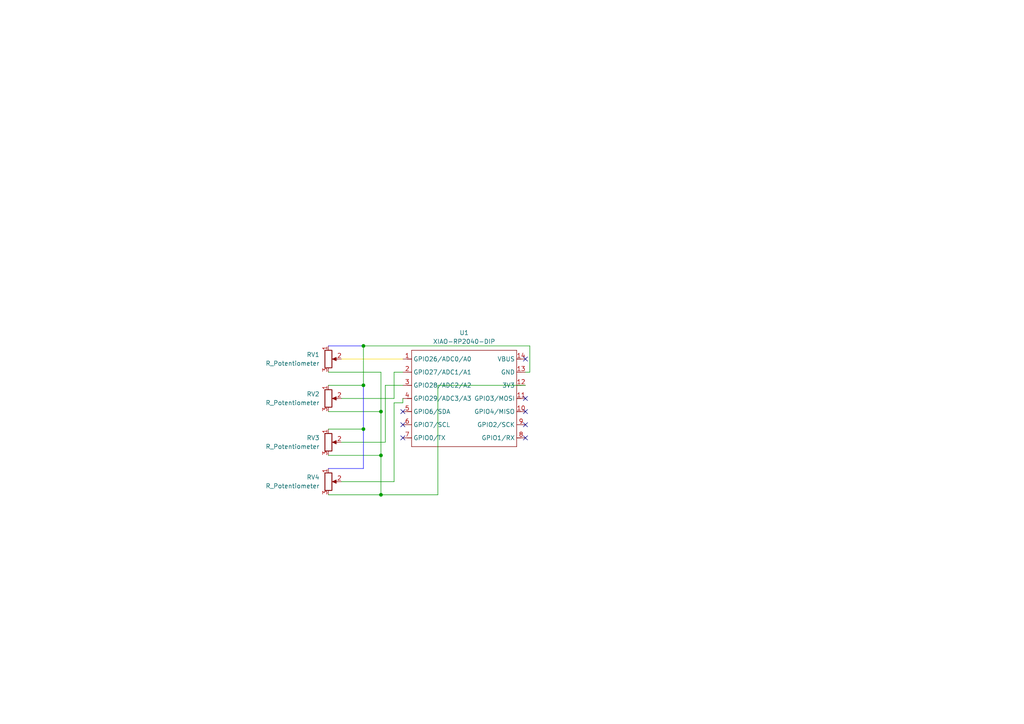
<source format=kicad_sch>
(kicad_sch (version 20250114) (generator "eeschema") (generator_version "9.0")
  (paper "A4")
  (title_block (title "Deej + Stream Audio Controll") (date "06/01/2026") (rev "V1") (company "Tech Real Lab"))
  (lib_symbols
    (symbol "Device:R_Potentiometer" (pin_names (offset 1.016) (hide yes))
      (property "Reference" "RV" (at -4.445 0 90))
      (property "Value" "R_Potentiometer" (at -2.54 0 90))
      (symbol "R_Potentiometer_0_1"
        (rectangle (start 1.016 2.54) (end -1.016 -2.54) (stroke (width 0.254)))
        (polyline (pts (xy 1.143 0) (xy 2.286 0.508) (xy 2.286 -0.508) (xy 1.143 0)) (fill (type outline)))
        (polyline (pts (xy 2.54 0) (xy 1.524 0)))
      )
      (symbol "R_Potentiometer_1_1"
        (pin passive line (at 0 3.81 270) (length 1.27) (name "1") (number "1"))
        (pin passive line (at 0 -3.81 90) (length 1.27) (name "3") (number "3"))
        (pin passive line (at 3.81 0 180) (length 1.27) (name "2") (number "2"))
      )
    )
    (symbol "OPL:XIAO-RP2040-DIP"
      (property "Reference" "U" (at 0 0 0))
      (property "Value" "XIAO-RP2040-DIP" (at 5.334 -1.778 0))
      (symbol "XIAO-RP2040-DIP_1_0"
        (polyline (pts (xy -1.27 -2.54) (xy 29.21 -2.54)) (stroke (width 0.1524)))
        (polyline (pts (xy -1.27 -5.08) (xy -2.54 -5.08)) (stroke (width 0.1524)))
        (polyline (pts (xy -1.27 -5.08) (xy -1.27 -2.54)) (stroke (width 0.1524)))
        (polyline (pts (xy -1.27 -8.89) (xy -2.54 -8.89)) (stroke (width 0.1524)))
        (polyline (pts (xy -1.27 -8.89) (xy -1.27 -5.08)) (stroke (width 0.1524)))
        (polyline (pts (xy -1.27 -12.7) (xy -2.54 -12.7)) (stroke (width 0.1524)))
        (polyline (pts (xy -1.27 -12.7) (xy -1.27 -8.89)) (stroke (width 0.1524)))
        (polyline (pts (xy -1.27 -16.51) (xy -2.54 -16.51)) (stroke (width 0.1524)))
        (polyline (pts (xy -1.27 -16.51) (xy -1.27 -12.7)) (stroke (width 0.1524)))
        (polyline (pts (xy -1.27 -20.32) (xy -2.54 -20.32)) (stroke (width 0.1524)))
        (polyline (pts (xy -1.27 -24.13) (xy -2.54 -24.13)) (stroke (width 0.1524)))
        (polyline (pts (xy -1.27 -27.94) (xy -2.54 -27.94)) (stroke (width 0.1524)))
        (polyline (pts (xy -1.27 -30.48) (xy -1.27 -16.51)) (stroke (width 0.1524)))
        (polyline (pts (xy 29.21 -2.54) (xy 29.21 -5.08)) (stroke (width 0.1524)))
        (polyline (pts (xy 29.21 -5.08) (xy 29.21 -8.89)) (stroke (width 0.1524)))
        (polyline (pts (xy 29.21 -8.89) (xy 29.21 -12.7)) (stroke (width 0.1524)))
        (polyline (pts (xy 29.21 -12.7) (xy 29.21 -30.48)) (stroke (width 0.1524)))
        (polyline (pts (xy 29.21 -30.48) (xy -1.27 -30.48)) (stroke (width 0.1524)))
        (polyline (pts (xy 30.48 -5.08) (xy 29.21 -5.08)) (stroke (width 0.1524)))
        (polyline (pts (xy 30.48 -8.89) (xy 29.21 -8.89)) (stroke (width 0.1524)))
        (polyline (pts (xy 30.48 -12.7) (xy 29.21 -12.7)) (stroke (width 0.1524)))
        (polyline (pts (xy 30.48 -16.51) (xy 29.21 -16.51)) (stroke (width 0.1524)))
        (polyline (pts (xy 30.48 -20.32) (xy 29.21 -20.32)) (stroke (width 0.1524)))
        (polyline (pts (xy 30.48 -24.13) (xy 29.21 -24.13)) (stroke (width 0.1524)))
        (polyline (pts (xy 30.48 -27.94) (xy 29.21 -27.94)) (stroke (width 0.1524)))
        (pin passive line (at -3.81 -5.08 0) (length 2.54) (name "GPIO26/ADC0/A0") (number "1"))
        (pin passive line (at -3.81 -8.89 0) (length 2.54) (name "GPIO27/ADC1/A1") (number "2"))
        (pin passive line (at -3.81 -12.7 0) (length 2.54) (name "GPIO28/ADC2/A2") (number "3"))
        (pin passive line (at -3.81 -16.51 0) (length 2.54) (name "GPIO29/ADC3/A3") (number "4"))
        (pin passive line (at -3.81 -20.32 0) (length 2.54) (name "GPIO6/SDA") (number "5"))
        (pin passive line (at -3.81 -24.13 0) (length 2.54) (name "GPIO7/SCL") (number "6"))
        (pin passive line (at -3.81 -27.94 0) (length 2.54) (name "GPIO0/TX") (number "7"))
        (pin passive line (at 31.75 -5.08 180) (length 2.54) (name "VBUS") (number "14"))
        (pin passive line (at 31.75 -8.89 180) (length 2.54) (name "GND") (number "13"))
        (pin passive line (at 31.75 -12.7 180) (length 2.54) (name "3V3") (number "12"))
        (pin passive line (at 31.75 -16.51 180) (length 2.54) (name "GPIO3/MOSI") (number "11"))
        (pin passive line (at 31.75 -20.32 180) (length 2.54) (name "GPIO4/MISO") (number "10"))
        (pin passive line (at 31.75 -24.13 180) (length 2.54) (name "GPIO2/SCK") (number "9"))
        (pin passive line (at 31.75 -27.94 180) (length 2.54) (name "GPIO1/RX") (number "8"))
      )
    )
  )
  (junction (at 105.41 124.46))
  (junction (at 110.49 119.38))
  (junction (at 110.49 143.51))
  (junction (at 105.41 111.76))
  (junction (at 105.41 100.33))
  (junction (at 110.49 132.08))
  (no_connect (at 152.4 123.19))
  (no_connect (at 152.4 115.57))
  (no_connect (at 152.4 104.14))
  (no_connect (at 152.4 127))
  (no_connect (at 152.4 119.38))
  (no_connect (at 116.84 127))
  (no_connect (at 116.84 123.19))
  (no_connect (at 116.84 119.38))
  (wire (pts (xy 99.06 104.14) (xy 116.84 104.14)) (stroke (width 0) (color 255 221 0 1)))
  (wire (pts (xy 114.3 115.57) (xy 114.3 107.95)))
  (wire (pts (xy 95.25 132.08) (xy 110.49 132.08)))
  (wire (pts (xy 99.06 115.57) (xy 114.3 115.57)))
  (wire (pts (xy 116.84 115.57) (xy 116.84 116.84)))
  (wire (pts (xy 105.41 124.46) (xy 105.41 135.89)) (stroke (width 0) (color 3 0 255 1)))
  (wire (pts (xy 95.25 107.95) (xy 110.49 107.95)))
  (wire (pts (xy 110.49 132.08) (xy 110.49 143.51)))
  (wire (pts (xy 116.84 116.84) (xy 114.3 116.84)))
  (wire (pts (xy 95.25 119.38) (xy 110.49 119.38)))
  (wire (pts (xy 99.06 128.27) (xy 111.76 128.27)))
  (wire (pts (xy 111.76 111.76) (xy 116.84 111.76)))
  (wire (pts (xy 152.4 111.76) (xy 127 111.76)))
  (wire (pts (xy 111.76 128.27) (xy 111.76 111.76)))
  (wire (pts (xy 95.25 124.46) (xy 105.41 124.46)))
  (wire (pts (xy 105.41 100.33) (xy 105.41 111.76)))
  (wire (pts (xy 114.3 116.84) (xy 114.3 139.7)))
  (wire (pts (xy 95.25 111.76) (xy 105.41 111.76)))
  (wire (pts (xy 153.67 100.33) (xy 105.41 100.33)))
  (wire (pts (xy 127 111.76) (xy 127 143.51)))
  (wire (pts (xy 105.41 111.76) (xy 105.41 124.46)) (stroke (width 0) (color 3 0 255 1)))
  (wire (pts (xy 95.25 135.89) (xy 105.41 135.89)) (stroke (width 0) (color 3 0 255 1)))
  (wire (pts (xy 114.3 107.95) (xy 116.84 107.95)))
  (wire (pts (xy 153.67 107.95) (xy 153.67 100.33)))
  (wire (pts (xy 95.25 143.51) (xy 110.49 143.51)))
  (wire (pts (xy 110.49 119.38) (xy 110.49 132.08)))
  (wire (pts (xy 95.25 100.33) (xy 105.41 100.33)) (stroke (width 0) (color 3 0 255 1)))
  (wire (pts (xy 110.49 107.95) (xy 110.49 119.38)))
  (wire (pts (xy 114.3 139.7) (xy 99.06 139.7)))
  (wire (pts (xy 152.4 107.95) (xy 153.67 107.95)))
  (wire (pts (xy 110.49 143.51) (xy 127 143.51)))
  (symbol (lib_id "Device:R_Potentiometer") (at 95.25 115.57 0) (unit 1)
    (property "Reference" "RV2" (at 92.71 114.2999 0) (effects (justify right)))
    (property "Value" "R_Potentiometer" (at 92.71 116.8399 0) (effects (justify right)))
    (property "Footprint" "Potentiometer_THT:Potentiometer_Bourns_PTV09A-2_Single_Horizontal" (effects (hide yes)))
    (property "Description" "Potentiometer" (effects (hide yes)))
  )
  (symbol (lib_id "Device:R_Potentiometer") (at 95.25 104.14 0) (unit 1)
    (property "Reference" "RV1" (at 92.71 102.8699 0) (effects (justify right)))
    (property "Value" "R_Potentiometer" (at 92.71 105.4099 0) (effects (justify right)))
    (property "Footprint" "Potentiometer_THT:Potentiometer_Bourns_PTV09A-2_Single_Horizontal" (effects (hide yes)))
    (property "Description" "Potentiometer" (effects (hide yes)))
  )
  (symbol (lib_id "Device:R_Potentiometer") (at 95.25 128.27 0) (unit 1)
    (property "Reference" "RV3" (at 92.71 126.9999 0) (effects (justify right)))
    (property "Value" "R_Potentiometer" (at 92.71 129.5399 0) (effects (justify right)))
    (property "Footprint" "Potentiometer_THT:Potentiometer_Bourns_PTV09A-2_Single_Horizontal" (effects (hide yes)))
    (property "Description" "Potentiometer" (effects (hide yes)))
  )
  (symbol (lib_id "OPL:XIAO-RP2040-DIP") (at 120.65 99.06 0) (unit 1)
    (property "Reference" "U1" (at 134.62 96.52 0))
    (property "Value" "XIAO-RP2040-DIP" (at 134.62 99.06 0))
    (property "Footprint" "OPL:XIAO-RP2040-DIP" (effects (hide yes)))
  )
  (symbol (lib_id "Device:R_Potentiometer") (at 95.25 139.7 0) (unit 1)
    (property "Reference" "RV4" (at 92.71 138.4299 0) (effects (justify right)))
    (property "Value" "R_Potentiometer" (at 92.71 140.9699 0) (effects (justify right)))
    (property "Footprint" "Potentiometer_THT:Potentiometer_Bourns_PTV09A-2_Single_Horizontal" (effects (hide yes)))
    (property "Description" "Potentiometer" (effects (hide yes)))
  )
)
</source>
